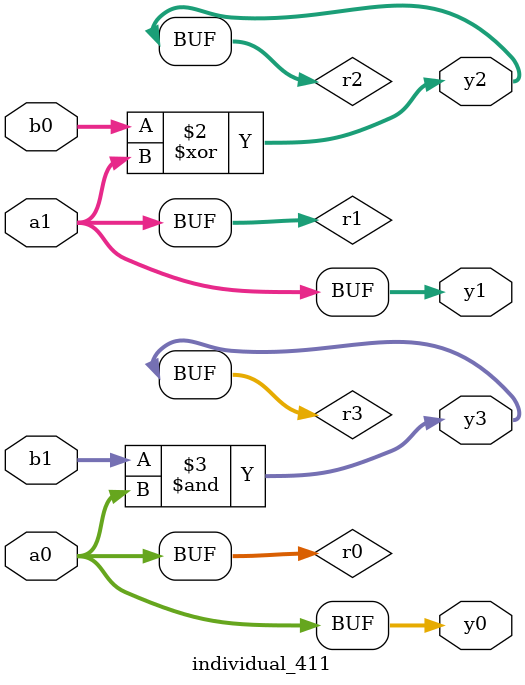
<source format=sv>
module individual_411(input logic [15:0] a1, input logic [15:0] a0, input logic [15:0] b1, input logic [15:0] b0, output logic [15:0] y3, output logic [15:0] y2, output logic [15:0] y1, output logic [15:0] y0);
logic [15:0] r0, r1, r2, r3; 
 always@(*) begin 
	 r0 = a0; r1 = a1; r2 = b0; r3 = b1; 
 	 r2  ^=  a1 ;
 	 r3  &=  a0 ;
 	 y3 = r3; y2 = r2; y1 = r1; y0 = r0; 
end
endmodule
</source>
